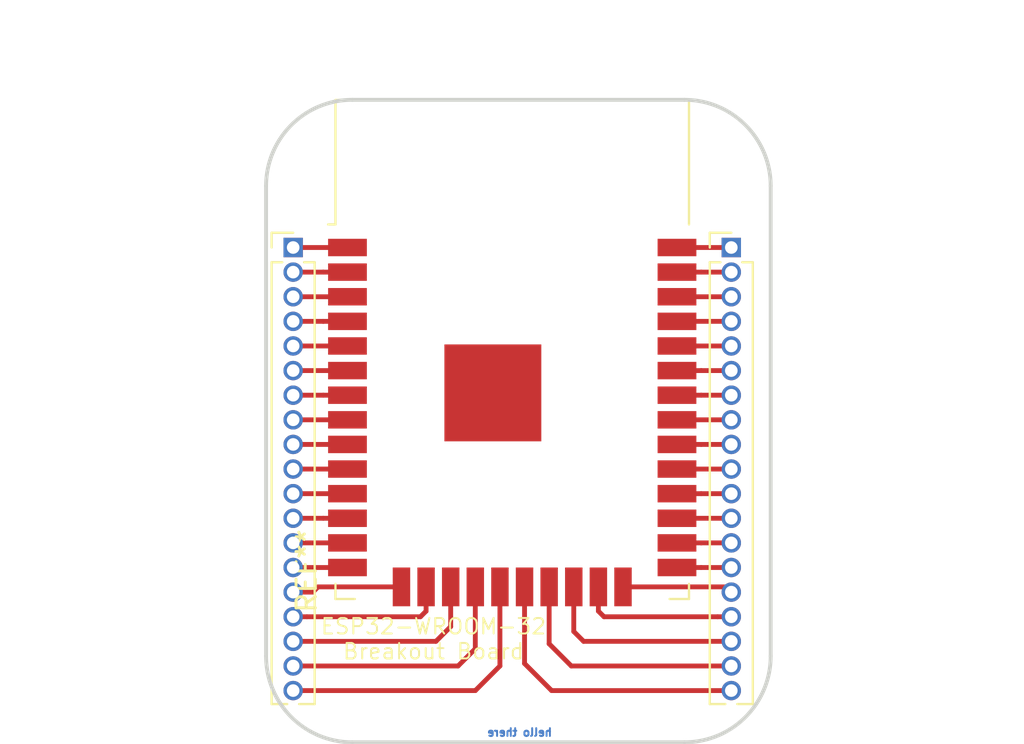
<source format=kicad_pcb>
(kicad_pcb (version 20171130) (host pcbnew "(5.0.2)-1")

  (general
    (thickness 1.6)
    (drawings 10)
    (tracks 70)
    (zones 0)
    (modules 3)
    (nets 1)
  )

  (page A4)
  (layers
    (0 F.Cu signal)
    (31 B.Cu signal)
    (32 B.Adhes user)
    (33 F.Adhes user)
    (34 B.Paste user)
    (35 F.Paste user)
    (36 B.SilkS user)
    (37 F.SilkS user)
    (38 B.Mask user)
    (39 F.Mask user)
    (40 Dwgs.User user)
    (41 Cmts.User user)
    (42 Eco1.User user)
    (43 Eco2.User user)
    (44 Edge.Cuts user)
    (45 Margin user)
    (46 B.CrtYd user)
    (47 F.CrtYd user)
    (48 B.Fab user)
    (49 F.Fab user)
  )

  (setup
    (last_trace_width 0.25)
    (trace_clearance 0.2)
    (zone_clearance 0.508)
    (zone_45_only no)
    (trace_min 0.2)
    (segment_width 0.2)
    (edge_width 0.2)
    (via_size 0.8)
    (via_drill 0.4)
    (via_min_size 0.4)
    (via_min_drill 0.3)
    (uvia_size 0.3)
    (uvia_drill 0.1)
    (uvias_allowed no)
    (uvia_min_size 0.2)
    (uvia_min_drill 0.1)
    (pcb_text_width 0.3)
    (pcb_text_size 1.5 1.5)
    (mod_edge_width 0.15)
    (mod_text_size 1 1)
    (mod_text_width 0.15)
    (pad_size 1.524 1.524)
    (pad_drill 0.762)
    (pad_to_mask_clearance 0.051)
    (solder_mask_min_width 0.25)
    (aux_axis_origin 0 0)
    (visible_elements FFFFFF7F)
    (pcbplotparams
      (layerselection 0x010fc_ffffffff)
      (usegerberextensions false)
      (usegerberattributes false)
      (usegerberadvancedattributes false)
      (creategerberjobfile false)
      (excludeedgelayer true)
      (linewidth 0.100000)
      (plotframeref false)
      (viasonmask false)
      (mode 1)
      (useauxorigin false)
      (hpglpennumber 1)
      (hpglpenspeed 20)
      (hpglpendiameter 15.000000)
      (psnegative false)
      (psa4output false)
      (plotreference true)
      (plotvalue true)
      (plotinvisibletext false)
      (padsonsilk false)
      (subtractmaskfromsilk false)
      (outputformat 1)
      (mirror false)
      (drillshape 1)
      (scaleselection 1)
      (outputdirectory ""))
  )

  (net 0 "")

  (net_class Default "This is the default net class."
    (clearance 0.2)
    (trace_width 0.25)
    (via_dia 0.8)
    (via_drill 0.4)
    (uvia_dia 0.3)
    (uvia_drill 0.1)
  )

  (module "Alice's KiCad Footprints:ESP32-WROOM-32" (layer F.Cu) (tedit 5B5B4654) (tstamp 5D114B22)
    (at 91.44 53.34)
    (descr "Single 2.4 GHz Wi-Fi and Bluetooth combo chip https://www.espressif.com/sites/default/files/documentation/esp32-wroom-32_datasheet_en.pdf")
    (tags "Single 2.4 GHz Wi-Fi and Bluetooth combo  chip")
    (attr smd)
    (fp_text reference REF** (at -10.61 8.43 90) (layer F.SilkS)
      (effects (font (size 1 1) (thickness 0.15)))
    )
    (fp_text value ESP32-WROOM-32 (at 0 11.5) (layer F.Fab)
      (effects (font (size 1 1) (thickness 0.15)))
    )
    (fp_line (start -9.12 -9.445) (end -9.5 -9.445) (layer F.SilkS) (width 0.12))
    (fp_line (start -9.12 -15.865) (end -9.12 -9.445) (layer F.SilkS) (width 0.12))
    (fp_line (start 9.12 -15.865) (end 9.12 -9.445) (layer F.SilkS) (width 0.12))
    (fp_line (start -9.12 -15.865) (end 9.12 -15.865) (layer F.SilkS) (width 0.12))
    (fp_line (start 9.12 9.88) (end 8.12 9.88) (layer F.SilkS) (width 0.12))
    (fp_line (start 9.12 9.1) (end 9.12 9.88) (layer F.SilkS) (width 0.12))
    (fp_line (start -9.12 9.88) (end -8.12 9.88) (layer F.SilkS) (width 0.12))
    (fp_line (start -9.12 9.1) (end -9.12 9.88) (layer F.SilkS) (width 0.12))
    (fp_line (start 8.4 -20.6) (end 8.2 -20.4) (layer Cmts.User) (width 0.1))
    (fp_line (start 8.4 -16) (end 8.4 -20.6) (layer Cmts.User) (width 0.1))
    (fp_line (start 8.4 -20.6) (end 8.6 -20.4) (layer Cmts.User) (width 0.1))
    (fp_line (start 8.4 -16) (end 8.6 -16.2) (layer Cmts.User) (width 0.1))
    (fp_line (start 8.4 -16) (end 8.2 -16.2) (layer Cmts.User) (width 0.1))
    (fp_line (start -9.2 -13.875) (end -9.4 -14.075) (layer Cmts.User) (width 0.1))
    (fp_line (start -13.8 -13.875) (end -9.2 -13.875) (layer Cmts.User) (width 0.1))
    (fp_line (start -9.2 -13.875) (end -9.4 -13.675) (layer Cmts.User) (width 0.1))
    (fp_line (start -13.8 -13.875) (end -13.6 -13.675) (layer Cmts.User) (width 0.1))
    (fp_line (start -13.8 -13.875) (end -13.6 -14.075) (layer Cmts.User) (width 0.1))
    (fp_line (start 9.2 -13.875) (end 9.4 -13.675) (layer Cmts.User) (width 0.1))
    (fp_line (start 9.2 -13.875) (end 9.4 -14.075) (layer Cmts.User) (width 0.1))
    (fp_line (start 13.8 -13.875) (end 13.6 -13.675) (layer Cmts.User) (width 0.1))
    (fp_line (start 13.8 -13.875) (end 13.6 -14.075) (layer Cmts.User) (width 0.1))
    (fp_line (start 9.2 -13.875) (end 13.8 -13.875) (layer Cmts.User) (width 0.1))
    (fp_line (start 14 -11.585) (end 12 -9.97) (layer Dwgs.User) (width 0.1))
    (fp_line (start 14 -13.2) (end 10 -9.97) (layer Dwgs.User) (width 0.1))
    (fp_line (start 14 -14.815) (end 8 -9.97) (layer Dwgs.User) (width 0.1))
    (fp_line (start 14 -16.43) (end 6 -9.97) (layer Dwgs.User) (width 0.1))
    (fp_line (start 14 -18.045) (end 4 -9.97) (layer Dwgs.User) (width 0.1))
    (fp_line (start 14 -19.66) (end 2 -9.97) (layer Dwgs.User) (width 0.1))
    (fp_line (start 13.475 -20.75) (end 0 -9.97) (layer Dwgs.User) (width 0.1))
    (fp_line (start 11.475 -20.75) (end -2 -9.97) (layer Dwgs.User) (width 0.1))
    (fp_line (start 9.475 -20.75) (end -4 -9.97) (layer Dwgs.User) (width 0.1))
    (fp_line (start 7.475 -20.75) (end -6 -9.97) (layer Dwgs.User) (width 0.1))
    (fp_line (start -8 -9.97) (end 5.475 -20.75) (layer Dwgs.User) (width 0.1))
    (fp_line (start 3.475 -20.75) (end -10 -9.97) (layer Dwgs.User) (width 0.1))
    (fp_line (start 1.475 -20.75) (end -12 -9.97) (layer Dwgs.User) (width 0.1))
    (fp_line (start -0.525 -20.75) (end -14 -9.97) (layer Dwgs.User) (width 0.1))
    (fp_line (start -2.525 -20.75) (end -14 -11.585) (layer Dwgs.User) (width 0.1))
    (fp_line (start -4.525 -20.75) (end -14 -13.2) (layer Dwgs.User) (width 0.1))
    (fp_line (start -6.525 -20.75) (end -14 -14.815) (layer Dwgs.User) (width 0.1))
    (fp_line (start -8.525 -20.75) (end -14 -16.43) (layer Dwgs.User) (width 0.1))
    (fp_line (start -10.525 -20.75) (end -14 -18.045) (layer Dwgs.User) (width 0.1))
    (fp_line (start -12.525 -20.75) (end -14 -19.66) (layer Dwgs.User) (width 0.1))
    (fp_line (start 9.75 -9.72) (end 14.25 -9.72) (layer F.CrtYd) (width 0.05))
    (fp_line (start -14.25 -9.72) (end -9.75 -9.72) (layer F.CrtYd) (width 0.05))
    (fp_line (start 14.25 -21) (end 14.25 -9.72) (layer F.CrtYd) (width 0.05))
    (fp_line (start -14.25 -21) (end -14.25 -9.72) (layer F.CrtYd) (width 0.05))
    (fp_line (start 14 -20.75) (end -14 -20.75) (layer Dwgs.User) (width 0.1))
    (fp_line (start 14 -9.97) (end 14 -20.75) (layer Dwgs.User) (width 0.1))
    (fp_line (start 14 -9.97) (end -14 -9.97) (layer Dwgs.User) (width 0.1))
    (fp_line (start -9 -9.02) (end -8.5 -9.52) (layer F.Fab) (width 0.1))
    (fp_line (start -8.5 -9.52) (end -9 -10.02) (layer F.Fab) (width 0.1))
    (fp_line (start -9 -9.02) (end -9 9.76) (layer F.Fab) (width 0.1))
    (fp_line (start -14.25 -21) (end 14.25 -21) (layer F.CrtYd) (width 0.05))
    (fp_line (start 9.75 -9.72) (end 9.75 10.5) (layer F.CrtYd) (width 0.05))
    (fp_line (start -9.75 10.5) (end 9.75 10.5) (layer F.CrtYd) (width 0.05))
    (fp_line (start -9.75 10.5) (end -9.75 -9.72) (layer F.CrtYd) (width 0.05))
    (fp_line (start -9 -15.745) (end 9 -15.745) (layer F.Fab) (width 0.1))
    (fp_line (start -9 -15.745) (end -9 -10.02) (layer F.Fab) (width 0.1))
    (fp_line (start -9 9.76) (end 9 9.76) (layer F.Fab) (width 0.1))
    (fp_line (start 9 9.76) (end 9 -15.745) (layer F.Fab) (width 0.1))
    (fp_line (start -14 -9.97) (end -14 -20.75) (layer Dwgs.User) (width 0.1))
    (fp_text user "5 mm" (at 7.8 -19.075 90) (layer Cmts.User)
      (effects (font (size 0.5 0.5) (thickness 0.1)))
    )
    (fp_text user "5 mm" (at -11.2 -14.375) (layer Cmts.User)
      (effects (font (size 0.5 0.5) (thickness 0.1)))
    )
    (fp_text user "5 mm" (at 11.8 -14.375) (layer Cmts.User)
      (effects (font (size 0.5 0.5) (thickness 0.1)))
    )
    (fp_text user Antenna (at 0 -13) (layer Cmts.User)
      (effects (font (size 1 1) (thickness 0.15)))
    )
    (fp_text user "KEEP-OUT ZONE" (at 0 -19) (layer Cmts.User)
      (effects (font (size 1 1) (thickness 0.15)))
    )
    (fp_text user %R (at 0 0) (layer F.Fab)
      (effects (font (size 1 1) (thickness 0.15)))
    )
    (pad 38 smd rect (at 8.5 -8.255) (size 2 0.9) (layers F.Cu F.Paste F.Mask))
    (pad 37 smd rect (at 8.5 -6.985) (size 2 0.9) (layers F.Cu F.Paste F.Mask))
    (pad 36 smd rect (at 8.5 -5.715) (size 2 0.9) (layers F.Cu F.Paste F.Mask))
    (pad 35 smd rect (at 8.5 -4.445) (size 2 0.9) (layers F.Cu F.Paste F.Mask))
    (pad 34 smd rect (at 8.5 -3.175) (size 2 0.9) (layers F.Cu F.Paste F.Mask))
    (pad 33 smd rect (at 8.5 -1.905) (size 2 0.9) (layers F.Cu F.Paste F.Mask))
    (pad 32 smd rect (at 8.5 -0.635) (size 2 0.9) (layers F.Cu F.Paste F.Mask))
    (pad 31 smd rect (at 8.5 0.635) (size 2 0.9) (layers F.Cu F.Paste F.Mask))
    (pad 30 smd rect (at 8.5 1.905) (size 2 0.9) (layers F.Cu F.Paste F.Mask))
    (pad 29 smd rect (at 8.5 3.175) (size 2 0.9) (layers F.Cu F.Paste F.Mask))
    (pad 28 smd rect (at 8.5 4.445) (size 2 0.9) (layers F.Cu F.Paste F.Mask))
    (pad 27 smd rect (at 8.5 5.715) (size 2 0.9) (layers F.Cu F.Paste F.Mask))
    (pad 26 smd rect (at 8.5 6.985) (size 2 0.9) (layers F.Cu F.Paste F.Mask))
    (pad 25 smd rect (at 8.5 8.255) (size 2 0.9) (layers F.Cu F.Paste F.Mask))
    (pad 24 smd rect (at 5.715 9.255 90) (size 2 0.9) (layers F.Cu F.Paste F.Mask))
    (pad 23 smd rect (at 4.445 9.255 90) (size 2 0.9) (layers F.Cu F.Paste F.Mask))
    (pad 22 smd rect (at 3.175 9.255 90) (size 2 0.9) (layers F.Cu F.Paste F.Mask))
    (pad 21 smd rect (at 1.905 9.255 90) (size 2 0.9) (layers F.Cu F.Paste F.Mask))
    (pad 20 smd rect (at 0.635 9.255 90) (size 2 0.9) (layers F.Cu F.Paste F.Mask))
    (pad 19 smd rect (at -0.635 9.255 90) (size 2 0.9) (layers F.Cu F.Paste F.Mask))
    (pad 18 smd rect (at -1.905 9.255 90) (size 2 0.9) (layers F.Cu F.Paste F.Mask))
    (pad 17 smd rect (at -3.175 9.255 90) (size 2 0.9) (layers F.Cu F.Paste F.Mask))
    (pad 16 smd rect (at -4.445 9.255 90) (size 2 0.9) (layers F.Cu F.Paste F.Mask))
    (pad 15 smd rect (at -5.715 9.255 90) (size 2 0.9) (layers F.Cu F.Paste F.Mask))
    (pad 14 smd rect (at -8.5 8.255) (size 2 0.9) (layers F.Cu F.Paste F.Mask))
    (pad 13 smd rect (at -8.5 6.985) (size 2 0.9) (layers F.Cu F.Paste F.Mask))
    (pad 12 smd rect (at -8.5 5.715) (size 2 0.9) (layers F.Cu F.Paste F.Mask))
    (pad 11 smd rect (at -8.5 4.445) (size 2 0.9) (layers F.Cu F.Paste F.Mask))
    (pad 10 smd rect (at -8.5 3.175) (size 2 0.9) (layers F.Cu F.Paste F.Mask))
    (pad 9 smd rect (at -8.5 1.905) (size 2 0.9) (layers F.Cu F.Paste F.Mask))
    (pad 8 smd rect (at -8.5 0.635) (size 2 0.9) (layers F.Cu F.Paste F.Mask))
    (pad 7 smd rect (at -8.5 -0.635) (size 2 0.9) (layers F.Cu F.Paste F.Mask))
    (pad 6 smd rect (at -8.5 -1.905) (size 2 0.9) (layers F.Cu F.Paste F.Mask))
    (pad 5 smd rect (at -8.5 -3.175) (size 2 0.9) (layers F.Cu F.Paste F.Mask))
    (pad 4 smd rect (at -8.5 -4.445) (size 2 0.9) (layers F.Cu F.Paste F.Mask))
    (pad 3 smd rect (at -8.5 -5.715) (size 2 0.9) (layers F.Cu F.Paste F.Mask))
    (pad 2 smd rect (at -8.5 -6.985) (size 2 0.9) (layers F.Cu F.Paste F.Mask))
    (pad 1 smd rect (at -8.5 -8.255) (size 2 0.9) (layers F.Cu F.Paste F.Mask))
    (pad 39 smd rect (at -1 -0.755) (size 5 5) (layers F.Cu F.Paste F.Mask))
    (model ${KISYS3DMOD}/RF_Module.3dshapes/ESP32-WROOM-32.wrl
      (at (xyz 0 0 0))
      (scale (xyz 1 1 1))
      (rotate (xyz 0 0 0))
    )
  )

  (module Pin_Headers:Pin_Header_Straight_1x19_Pitch1.27mm (layer F.Cu) (tedit 5D114C14) (tstamp 5D114DB5)
    (at 80.137 45.085)
    (descr "Through hole straight pin header, 1x19, 1.27mm pitch, single row")
    (tags "Through hole pin header THT 1x19 1.27mm single row")
    (fp_text reference REF** (at 0 -1.695) (layer F.SilkS) hide
      (effects (font (size 1 1) (thickness 0.15)))
    )
    (fp_text value Pin_Header_Straight_1x19_Pitch1.27mm (at 0 24.555) (layer F.Fab)
      (effects (font (size 1 1) (thickness 0.15)))
    )
    (fp_line (start -0.525 -0.635) (end 1.05 -0.635) (layer F.Fab) (width 0.1))
    (fp_line (start 1.05 -0.635) (end 1.05 23.495) (layer F.Fab) (width 0.1))
    (fp_line (start 1.05 23.495) (end -1.05 23.495) (layer F.Fab) (width 0.1))
    (fp_line (start -1.05 23.495) (end -1.05 -0.11) (layer F.Fab) (width 0.1))
    (fp_line (start -1.05 -0.11) (end -0.525 -0.635) (layer F.Fab) (width 0.1))
    (fp_line (start -1.11 23.555) (end -0.30753 23.555) (layer F.SilkS) (width 0.12))
    (fp_line (start 0.30753 23.555) (end 1.11 23.555) (layer F.SilkS) (width 0.12))
    (fp_line (start -1.11 0.76) (end -1.11 23.555) (layer F.SilkS) (width 0.12))
    (fp_line (start 1.11 0.76) (end 1.11 23.555) (layer F.SilkS) (width 0.12))
    (fp_line (start -1.11 0.76) (end -0.563471 0.76) (layer F.SilkS) (width 0.12))
    (fp_line (start 0.563471 0.76) (end 1.11 0.76) (layer F.SilkS) (width 0.12))
    (fp_line (start -1.11 0) (end -1.11 -0.76) (layer F.SilkS) (width 0.12))
    (fp_line (start -1.11 -0.76) (end 0 -0.76) (layer F.SilkS) (width 0.12))
    (fp_line (start -1.55 -1.15) (end -1.55 24) (layer F.CrtYd) (width 0.05))
    (fp_line (start -1.55 24) (end 1.55 24) (layer F.CrtYd) (width 0.05))
    (fp_line (start 1.55 24) (end 1.55 -1.15) (layer F.CrtYd) (width 0.05))
    (fp_line (start 1.55 -1.15) (end -1.55 -1.15) (layer F.CrtYd) (width 0.05))
    (fp_text user %R (at 0 11.43 90) (layer F.Fab)
      (effects (font (size 1 1) (thickness 0.15)))
    )
    (pad 1 thru_hole rect (at 0 0) (size 1 1) (drill 0.65) (layers *.Cu *.Mask))
    (pad 2 thru_hole oval (at 0 1.27) (size 1 1) (drill 0.65) (layers *.Cu *.Mask))
    (pad 3 thru_hole oval (at 0 2.54) (size 1 1) (drill 0.65) (layers *.Cu *.Mask))
    (pad 4 thru_hole oval (at 0 3.81) (size 1 1) (drill 0.65) (layers *.Cu *.Mask))
    (pad 5 thru_hole oval (at 0 5.08) (size 1 1) (drill 0.65) (layers *.Cu *.Mask))
    (pad 6 thru_hole oval (at 0 6.35) (size 1 1) (drill 0.65) (layers *.Cu *.Mask))
    (pad 7 thru_hole oval (at 0 7.62) (size 1 1) (drill 0.65) (layers *.Cu *.Mask))
    (pad 8 thru_hole oval (at 0 8.89) (size 1 1) (drill 0.65) (layers *.Cu *.Mask))
    (pad 9 thru_hole oval (at 0 10.16) (size 1 1) (drill 0.65) (layers *.Cu *.Mask))
    (pad 10 thru_hole oval (at 0 11.43) (size 1 1) (drill 0.65) (layers *.Cu *.Mask))
    (pad 11 thru_hole oval (at 0 12.7) (size 1 1) (drill 0.65) (layers *.Cu *.Mask))
    (pad 12 thru_hole oval (at 0 13.97) (size 1 1) (drill 0.65) (layers *.Cu *.Mask))
    (pad 13 thru_hole oval (at 0 15.24) (size 1 1) (drill 0.65) (layers *.Cu *.Mask))
    (pad 14 thru_hole oval (at 0 16.51) (size 1 1) (drill 0.65) (layers *.Cu *.Mask))
    (pad 15 thru_hole oval (at 0 17.78) (size 1 1) (drill 0.65) (layers *.Cu *.Mask))
    (pad 16 thru_hole oval (at 0 19.05) (size 1 1) (drill 0.65) (layers *.Cu *.Mask))
    (pad 17 thru_hole oval (at 0 20.32) (size 1 1) (drill 0.65) (layers *.Cu *.Mask))
    (pad 18 thru_hole oval (at 0 21.59) (size 1 1) (drill 0.65) (layers *.Cu *.Mask))
    (pad 19 thru_hole oval (at 0 22.86) (size 1 1) (drill 0.65) (layers *.Cu *.Mask))
    (model ${KISYS3DMOD}/Pin_Headers.3dshapes/Pin_Header_Straight_1x19_Pitch1.27mm.wrl
      (at (xyz 0 0 0))
      (scale (xyz 1 1 1))
      (rotate (xyz 0 0 0))
    )
  )

  (module Pin_Headers:Pin_Header_Straight_1x19_Pitch1.27mm (layer F.Cu) (tedit 5D114C18) (tstamp 5D114E62)
    (at 102.743 45.085)
    (descr "Through hole straight pin header, 1x19, 1.27mm pitch, single row")
    (tags "Through hole pin header THT 1x19 1.27mm single row")
    (fp_text reference REF** (at 0 -1.695) (layer F.SilkS) hide
      (effects (font (size 1 1) (thickness 0.15)))
    )
    (fp_text value Pin_Header_Straight_1x19_Pitch1.27mm (at 0 24.555) (layer F.Fab)
      (effects (font (size 1 1) (thickness 0.15)))
    )
    (fp_line (start -0.525 -0.635) (end 1.05 -0.635) (layer F.Fab) (width 0.1))
    (fp_line (start 1.05 -0.635) (end 1.05 23.495) (layer F.Fab) (width 0.1))
    (fp_line (start 1.05 23.495) (end -1.05 23.495) (layer F.Fab) (width 0.1))
    (fp_line (start -1.05 23.495) (end -1.05 -0.11) (layer F.Fab) (width 0.1))
    (fp_line (start -1.05 -0.11) (end -0.525 -0.635) (layer F.Fab) (width 0.1))
    (fp_line (start -1.11 23.555) (end -0.30753 23.555) (layer F.SilkS) (width 0.12))
    (fp_line (start 0.30753 23.555) (end 1.11 23.555) (layer F.SilkS) (width 0.12))
    (fp_line (start -1.11 0.76) (end -1.11 23.555) (layer F.SilkS) (width 0.12))
    (fp_line (start 1.11 0.76) (end 1.11 23.555) (layer F.SilkS) (width 0.12))
    (fp_line (start -1.11 0.76) (end -0.563471 0.76) (layer F.SilkS) (width 0.12))
    (fp_line (start 0.563471 0.76) (end 1.11 0.76) (layer F.SilkS) (width 0.12))
    (fp_line (start -1.11 0) (end -1.11 -0.76) (layer F.SilkS) (width 0.12))
    (fp_line (start -1.11 -0.76) (end 0 -0.76) (layer F.SilkS) (width 0.12))
    (fp_line (start -1.55 -1.15) (end -1.55 24) (layer F.CrtYd) (width 0.05))
    (fp_line (start -1.55 24) (end 1.55 24) (layer F.CrtYd) (width 0.05))
    (fp_line (start 1.55 24) (end 1.55 -1.15) (layer F.CrtYd) (width 0.05))
    (fp_line (start 1.55 -1.15) (end -1.55 -1.15) (layer F.CrtYd) (width 0.05))
    (fp_text user %R (at 0 11.43 90) (layer F.Fab)
      (effects (font (size 1 1) (thickness 0.15)))
    )
    (pad 1 thru_hole rect (at 0 0) (size 1 1) (drill 0.65) (layers *.Cu *.Mask))
    (pad 2 thru_hole oval (at 0 1.27) (size 1 1) (drill 0.65) (layers *.Cu *.Mask))
    (pad 3 thru_hole oval (at 0 2.54) (size 1 1) (drill 0.65) (layers *.Cu *.Mask))
    (pad 4 thru_hole oval (at 0 3.81) (size 1 1) (drill 0.65) (layers *.Cu *.Mask))
    (pad 5 thru_hole oval (at 0 5.08) (size 1 1) (drill 0.65) (layers *.Cu *.Mask))
    (pad 6 thru_hole oval (at 0 6.35) (size 1 1) (drill 0.65) (layers *.Cu *.Mask))
    (pad 7 thru_hole oval (at 0 7.62) (size 1 1) (drill 0.65) (layers *.Cu *.Mask))
    (pad 8 thru_hole oval (at 0 8.89) (size 1 1) (drill 0.65) (layers *.Cu *.Mask))
    (pad 9 thru_hole oval (at 0 10.16) (size 1 1) (drill 0.65) (layers *.Cu *.Mask))
    (pad 10 thru_hole oval (at 0 11.43) (size 1 1) (drill 0.65) (layers *.Cu *.Mask))
    (pad 11 thru_hole oval (at 0 12.7) (size 1 1) (drill 0.65) (layers *.Cu *.Mask))
    (pad 12 thru_hole oval (at 0 13.97) (size 1 1) (drill 0.65) (layers *.Cu *.Mask))
    (pad 13 thru_hole oval (at 0 15.24) (size 1 1) (drill 0.65) (layers *.Cu *.Mask))
    (pad 14 thru_hole oval (at 0 16.51) (size 1 1) (drill 0.65) (layers *.Cu *.Mask))
    (pad 15 thru_hole oval (at 0 17.78) (size 1 1) (drill 0.65) (layers *.Cu *.Mask))
    (pad 16 thru_hole oval (at 0 19.05) (size 1 1) (drill 0.65) (layers *.Cu *.Mask))
    (pad 17 thru_hole oval (at 0 20.32) (size 1 1) (drill 0.65) (layers *.Cu *.Mask))
    (pad 18 thru_hole oval (at 0 21.59) (size 1 1) (drill 0.65) (layers *.Cu *.Mask))
    (pad 19 thru_hole oval (at 0 22.86) (size 1 1) (drill 0.65) (layers *.Cu *.Mask))
    (model ${KISYS3DMOD}/Pin_Headers.3dshapes/Pin_Header_Straight_1x19_Pitch1.27mm.wrl
      (at (xyz 0 0 0))
      (scale (xyz 1 1 1))
      (rotate (xyz 0 0 0))
    )
  )

  (gr_text "hello there" (at 91.821 70.104) (layer B.Cu)
    (effects (font (size 0.4 0.4) (thickness 0.1)) (justify mirror))
  )
  (gr_text "ESP32-WROOM-32\nBreakout Board" (at 87.376 65.278) (layer F.SilkS)
    (effects (font (size 0.8 0.8) (thickness 0.1)))
  )
  (gr_line (start 83.185 70.612) (end 100.33 70.612) (layer Edge.Cuts) (width 0.2))
  (gr_line (start 78.74 41.91) (end 78.74 66.167) (layer Edge.Cuts) (width 0.2))
  (gr_line (start 100.33 37.465) (end 83.185 37.465) (layer Edge.Cuts) (width 0.2))
  (gr_line (start 104.775 66.167) (end 104.775 41.91) (layer Edge.Cuts) (width 0.2))
  (gr_arc (start 100.33 66.167) (end 100.33 70.612) (angle -90) (layer Edge.Cuts) (width 0.2) (tstamp 5D1153C7))
  (gr_arc (start 83.185 66.167) (end 78.74 66.167) (angle -90) (layer Edge.Cuts) (width 0.2) (tstamp 5D1153C7))
  (gr_arc (start 83.185 41.91) (end 83.185 37.465) (angle -90) (layer Edge.Cuts) (width 0.2) (tstamp 5D1153C7))
  (gr_arc (start 100.33 41.91) (end 104.775 41.91) (angle -90) (layer Edge.Cuts) (width 0.2))

  (segment (start 82.94 45.085) (end 80.137 45.085) (width 0.25) (layer F.Cu) (net 0))
  (segment (start 81.69 46.355) (end 80.137 46.355) (width 0.25) (layer F.Cu) (net 0))
  (segment (start 82.94 46.355) (end 81.69 46.355) (width 0.25) (layer F.Cu) (net 0))
  (segment (start 82.94 47.625) (end 80.137 47.625) (width 0.25) (layer F.Cu) (net 0))
  (segment (start 81.69 48.895) (end 80.137 48.895) (width 0.25) (layer F.Cu) (net 0))
  (segment (start 82.94 48.895) (end 81.69 48.895) (width 0.25) (layer F.Cu) (net 0))
  (segment (start 82.94 50.165) (end 80.137 50.165) (width 0.25) (layer F.Cu) (net 0))
  (segment (start 82.94 51.435) (end 80.137 51.435) (width 0.25) (layer F.Cu) (net 0))
  (segment (start 81.69 52.705) (end 80.137 52.705) (width 0.25) (layer F.Cu) (net 0))
  (segment (start 82.94 52.705) (end 81.69 52.705) (width 0.25) (layer F.Cu) (net 0))
  (segment (start 82.94 53.975) (end 80.137 53.975) (width 0.25) (layer F.Cu) (net 0))
  (segment (start 82.94 55.245) (end 80.137 55.245) (width 0.25) (layer F.Cu) (net 0))
  (segment (start 82.94 56.515) (end 80.137 56.515) (width 0.25) (layer F.Cu) (net 0))
  (segment (start 82.94 57.785) (end 80.137 57.785) (width 0.25) (layer F.Cu) (net 0))
  (segment (start 81.69 59.055) (end 80.137 59.055) (width 0.25) (layer F.Cu) (net 0))
  (segment (start 82.94 59.055) (end 81.69 59.055) (width 0.25) (layer F.Cu) (net 0))
  (segment (start 82.94 60.325) (end 80.137 60.325) (width 0.25) (layer F.Cu) (net 0))
  (segment (start 82.94 61.595) (end 80.137 61.595) (width 0.25) (layer F.Cu) (net 0))
  (segment (start 85.725 62.595) (end 81.423 62.595) (width 0.25) (layer F.Cu) (net 0))
  (segment (start 81.153 62.865) (end 80.137 62.865) (width 0.25) (layer F.Cu) (net 0))
  (segment (start 81.423 62.595) (end 81.153 62.865) (width 0.25) (layer F.Cu) (net 0))
  (segment (start 80.844106 64.135) (end 80.137 64.135) (width 0.25) (layer F.Cu) (net 0))
  (segment (start 86.705 64.135) (end 80.844106 64.135) (width 0.25) (layer F.Cu) (net 0))
  (segment (start 86.995 63.845) (end 86.705 64.135) (width 0.25) (layer F.Cu) (net 0))
  (segment (start 86.995 62.595) (end 86.995 63.845) (width 0.25) (layer F.Cu) (net 0))
  (segment (start 87.503 65.405) (end 80.137 65.405) (width 0.25) (layer F.Cu) (net 0))
  (segment (start 88.265 62.595) (end 88.265 64.643) (width 0.25) (layer F.Cu) (net 0))
  (segment (start 88.265 64.643) (end 87.503 65.405) (width 0.25) (layer F.Cu) (net 0))
  (segment (start 88.646 66.675) (end 80.137 66.675) (width 0.25) (layer F.Cu) (net 0))
  (segment (start 89.535 62.595) (end 89.535 65.786) (width 0.25) (layer F.Cu) (net 0))
  (segment (start 89.535 65.786) (end 88.646 66.675) (width 0.25) (layer F.Cu) (net 0))
  (segment (start 89.535 67.945) (end 80.137 67.945) (width 0.25) (layer F.Cu) (net 0))
  (segment (start 90.805 62.595) (end 90.805 66.675) (width 0.25) (layer F.Cu) (net 0))
  (segment (start 90.805 66.675) (end 89.535 67.945) (width 0.25) (layer F.Cu) (net 0))
  (segment (start 99.94 45.085) (end 102.743 45.085) (width 0.25) (layer F.Cu) (net 0))
  (segment (start 101.19 46.355) (end 102.743 46.355) (width 0.25) (layer F.Cu) (net 0))
  (segment (start 99.94 46.355) (end 101.19 46.355) (width 0.25) (layer F.Cu) (net 0))
  (segment (start 99.94 47.625) (end 102.743 47.625) (width 0.25) (layer F.Cu) (net 0))
  (segment (start 99.94 48.895) (end 102.743 48.895) (width 0.25) (layer F.Cu) (net 0))
  (segment (start 99.94 50.165) (end 102.743 50.165) (width 0.25) (layer F.Cu) (net 0))
  (segment (start 101.19 51.435) (end 102.743 51.435) (width 0.25) (layer F.Cu) (net 0))
  (segment (start 99.94 51.435) (end 101.19 51.435) (width 0.25) (layer F.Cu) (net 0))
  (segment (start 101.19 52.705) (end 102.743 52.705) (width 0.25) (layer F.Cu) (net 0))
  (segment (start 99.94 52.705) (end 101.19 52.705) (width 0.25) (layer F.Cu) (net 0))
  (segment (start 99.94 53.975) (end 102.743 53.975) (width 0.25) (layer F.Cu) (net 0))
  (segment (start 101.19 55.245) (end 102.743 55.245) (width 0.25) (layer F.Cu) (net 0))
  (segment (start 99.94 55.245) (end 101.19 55.245) (width 0.25) (layer F.Cu) (net 0))
  (segment (start 99.94 56.515) (end 102.743 56.515) (width 0.25) (layer F.Cu) (net 0))
  (segment (start 101.19 57.785) (end 102.743 57.785) (width 0.25) (layer F.Cu) (net 0))
  (segment (start 99.94 57.785) (end 101.19 57.785) (width 0.25) (layer F.Cu) (net 0))
  (segment (start 99.94 59.055) (end 102.743 59.055) (width 0.25) (layer F.Cu) (net 0))
  (segment (start 101.19 60.325) (end 102.743 60.325) (width 0.25) (layer F.Cu) (net 0))
  (segment (start 99.94 60.325) (end 101.19 60.325) (width 0.25) (layer F.Cu) (net 0))
  (segment (start 101.19 61.595) (end 102.743 61.595) (width 0.25) (layer F.Cu) (net 0))
  (segment (start 99.94 61.595) (end 101.19 61.595) (width 0.25) (layer F.Cu) (net 0))
  (segment (start 102.473 62.595) (end 102.743 62.865) (width 0.25) (layer F.Cu) (net 0))
  (segment (start 97.155 62.595) (end 102.473 62.595) (width 0.25) (layer F.Cu) (net 0))
  (segment (start 102.035894 64.135) (end 102.743 64.135) (width 0.25) (layer F.Cu) (net 0))
  (segment (start 96.175 64.135) (end 102.035894 64.135) (width 0.25) (layer F.Cu) (net 0))
  (segment (start 95.885 63.845) (end 96.175 64.135) (width 0.25) (layer F.Cu) (net 0))
  (segment (start 95.885 62.595) (end 95.885 63.845) (width 0.25) (layer F.Cu) (net 0))
  (segment (start 95.123 65.405) (end 102.743 65.405) (width 0.25) (layer F.Cu) (net 0))
  (segment (start 94.615 62.595) (end 94.615 64.897) (width 0.25) (layer F.Cu) (net 0))
  (segment (start 94.615 64.897) (end 95.123 65.405) (width 0.25) (layer F.Cu) (net 0))
  (segment (start 94.488 66.675) (end 102.743 66.675) (width 0.25) (layer F.Cu) (net 0))
  (segment (start 93.345 62.595) (end 93.345 65.532) (width 0.25) (layer F.Cu) (net 0))
  (segment (start 93.345 65.532) (end 94.488 66.675) (width 0.25) (layer F.Cu) (net 0))
  (segment (start 93.472 67.945) (end 102.743 67.945) (width 0.25) (layer F.Cu) (net 0))
  (segment (start 92.075 62.595) (end 92.075 66.548) (width 0.25) (layer F.Cu) (net 0))
  (segment (start 92.075 66.548) (end 93.472 67.945) (width 0.25) (layer F.Cu) (net 0))

)

</source>
